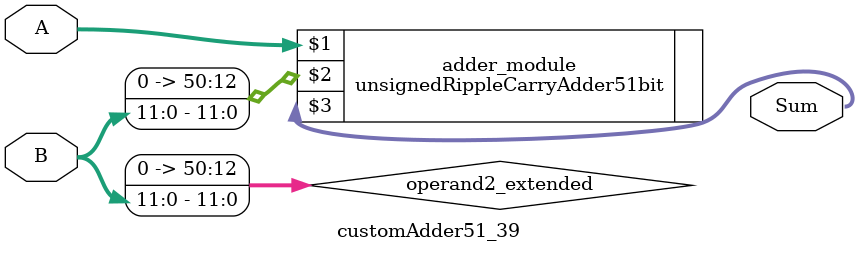
<source format=v>
module customAdder51_39(
                        input [50 : 0] A,
                        input [11 : 0] B,
                        
                        output [51 : 0] Sum
                );

        wire [50 : 0] operand2_extended;
        
        assign operand2_extended =  {39'b0, B};
        
        unsignedRippleCarryAdder51bit adder_module(
            A,
            operand2_extended,
            Sum
        );
        
        endmodule
        
</source>
